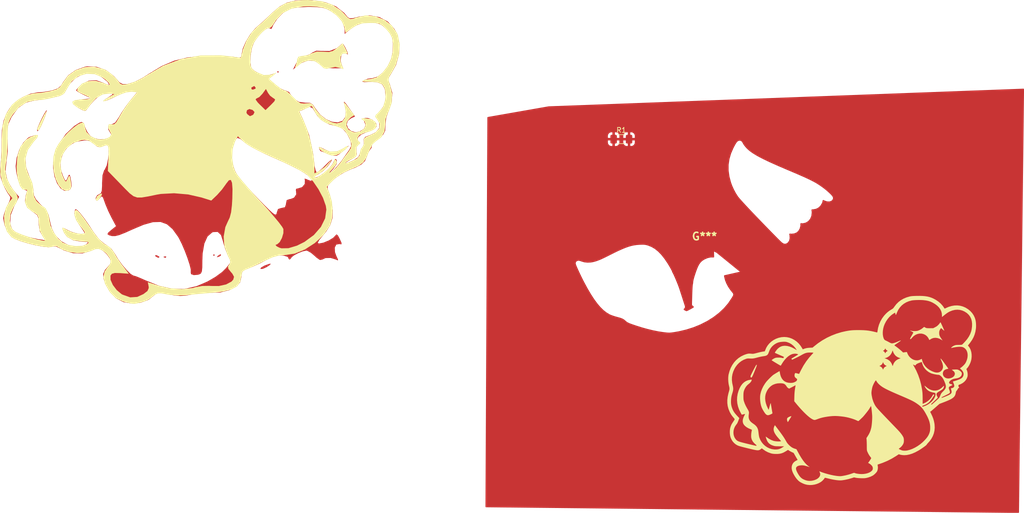
<source format=kicad_pcb>
(kicad_pcb (version 20211014) (generator pcbnew)
  (layers (0 "F.Cu" signal) (31 "B.Cu" signal) (34 "B.Paste" user) (35 "F.Paste" user) (36 "B.SilkS" user "B.Silkscreen") (37 "F.SilkS" user "F.Silkscreen") (38 "B.Mask" user) (39 "F.Mask" user) (44 "Edge.Cuts" user))
  (net 0 "")
  (net 1 "GND")
  (footprint "FoxyPride:silkscreenAsset 5 TEST" (layer "F.Cu") (at 239.141 119.888)
    (fp_text reference "G***" (at 0 0) (layer "F.SilkS") (effects (font (size 1.524 1.524) (thickness 0.3))))
    (fp_text value "LOGO" hide)
  )
  (footprint "FoxyPride:Soldermask_negAsset 7" (layer "F.Cu") (at 239.014 119.253)
    (fp_text reference "G***" (at 0 0) (layer "F.SilkS") (effects (font (size 1.524 1.524) (thickness 0.3))))
    (fp_text value "LOGO" hide)
  )
  (footprint "FoxyPride:Silk 3.55 x 2.54in" (layer "F.Cu") (at 107.823 72.263)
    (fp_text reference "G***" (at 0 0) (layer "F.SilkS") (effects (font (size 1.524 1.524) (thickness 0.3))))
    (fp_text value "LOGO" hide)
  )
  (footprint "Resistor_SMD:R_1206_3216Metric_Pad1.30x1.75mm_HandSolder" (layer "F.Cu") (at 192.812 69.342)
    (fp_text reference "R1" (at 0 -1.82) (layer "F.SilkS"))
    (fp_text value "RES")
    (pad "1" smd roundrect (at -1.55 0) (size 1.3 1.75) (layers "F.Cu" "F.Paste" "F.Mask") (roundrect_rratio 0.192308) (net 1 "GND"))
    (pad "2" smd roundrect (at 1.55 0) (size 1.3 1.75) (layers "F.Cu" "F.Paste" "F.Mask") (roundrect_rratio 0.192308) (net 1 "GND"))
  )
  (footprint "FoxyPride:FR4" (layer "F.Cu") (at 209.55 88.9)
    (fp_text reference "G***" (at 0 0) (layer "F.SilkS") (effects (font (size 1.524 1.524) (thickness 0.3))))
    (fp_text value "LOGO" hide)
    (zone (net 0) (net_name "") (layers F&B.Cu) (connect_pads (clearance 0)) (min_thickness 0.254)
      (keepout (tracks not_allowed) (vias not_allowed) (pads not_allowed) (copperpour not_allowed) (footprints allowed))
      (fill (thermal_gap 0.508) (thermal_bridge_width 0.508))
      (polygon (pts (xy 216.715037 70.263834) (xy 216.830005 70.480806) (xy 216.843467 70.507358) (xy 216.995868 70.754802) (xy 217.223549 71.061851) (xy 217.486263 71.375586) (xy 217.589175 71.487953) (xy 217.912676 71.806292) (xy 218.283935 72.122606) (xy 218.712888 72.442221) (xy 219.209474 72.770466) (xy 219.783628 73.112667) (xy 220.44529 73.474151) (xy 221.204394 73.860245) (xy 222.07088 74.276277) (xy 223.054684 74.727574) (xy 224.165743 75.219462) (xy 225.413995 75.75727) (xy 226.080158 76.039774) (xy 227.139747 76.488683) (xy 228.064109 76.884402) (xy 228.86756 77.234106) (xy 229.564421 77.544972) (xy 230.169008 77.824174) (xy 230.695641 78.078887) (xy 231.158638 78.316287) (xy 231.572317 78.543549) (xy 231.950997 78.767847) (xy 232.308995 78.996358) (xy 232.660631 79.236256) (xy 233.020222 79.494716) (xy 233.117266 79.566196) (xy 233.464814 79.83507) (xy 233.817721 80.128539) (xy 234.153264 80.4253) (xy 234.44872 80.704048) (xy 234.681369 80.943481) (xy 234.828487 81.122294) (xy 234.869365 81.20894) (xy 234.798785 81.291342) (xy 234.625531 81.357987) (xy 234.591888 81.365065) (xy 234.273205 81.351447) (xy 233.869769 81.210752) (xy 233.390747 80.947003) (xy 232.954059 80.646245) (xy 232.711398 80.469494) (xy 232.521978 80.337761) (xy 232.419726 80.274475) (xy 232.412203 80.272064) (xy 232.429339 80.330853) (xy 232.516549 80.479103) (xy 232.569523 80.559384) (xy 232.777686 80.997658) (xy 232.832117 81.455872) (xy 232.734833 81.912129) (xy 232.48785 82.344531) (xy 232.394948 82.455248) (xy 232.115818 82.70368) (xy 231.792669 82.860653) (xy 231.388018 82.938979) (xy 230.938412 82.953082) (xy 230.65473 82.951623) (xy 230.446947 82.956556) (xy 230.355136 82.966823) (xy 230.353809 82.968482) (xy 230.378147 83.052395) (xy 230.439636 83.235557) (xy 230.474761 83.33619) (xy 230.545329 83.623842) (xy 230.587992 83.967434) (xy 230.593943 84.132519) (xy 230.526573 84.658505) (xy 230.341581 85.095585) (xy 230.058014 85.431365) (xy 229.694917 85.653456) (xy 229.271333 85.749467) (xy 228.80631 85.707007) (xy 228.402997 85.557968) (xy 228.225615 85.483721) (xy 228.119497 85.46574) (xy 228.113165 85.469321) (xy 228.117593 85.559656) (xy 228.172558 85.743386) (xy 228.20689 85.834159) (xy 228.31594 86.274025) (xy 228.310611 86.721243) (xy 228.200275 87.137092) (xy 227.994305 87.482853) (xy 227.758021 87.688509) (xy 227.440566 87.806719) (xy 227.029205 87.850805) (xy 226.574091 87.819137) (xy 226.213926 87.738685) (xy 225.998097 87.683301) (xy 225.862758 87.666996) (xy 225.839294 87.678209) (xy 225.862303 87.776697) (xy 225.921494 87.983269) (xy 226.000564 88.241946) (xy 226.127628 88.773354) (xy 226.151646 89.217034) (xy 226.074126 89.561128) (xy 225.896573 89.793772) (xy 225.79582 89.853911) (xy 225.732262 89.872273) (xy 225.658524 89.861642) (xy 225.560359 89.80986) (xy 225.423519 89.704767) (xy 225.233756 89.534202) (xy 224.976823 89.286007) (xy 224.638473 88.94802) (xy 224.204457 88.508083) (xy 224.129226 88.431533) (xy 223.105405 87.386733) (xy 222.134394 86.390413) (xy 221.222082 85.448806) (xy 220.374359 84.568145) (xy 219.597113 83.754665) (xy 218.896236 83.014597) (xy 218.277615 82.354175) (xy 217.747141 81.779632) (xy 217.310703 81.297201) (xy 216.974191 80.913115) (xy 216.743494 80.633607) (xy 216.67477 80.542207) (xy 216.286816 79.935335) (xy 215.912178 79.23334) (xy 215.583093 78.501254) (xy 215.356432 77.882682) (xy 215.053002 76.727072) (xy 214.900981 75.616074) (xy 214.90133 74.536226) (xy 215.055008 73.474062) (xy 215.362976 72.416118) (xy 215.82164 71.357993) (xy 216.014867 70.986027) (xy 216.198149 70.656782) (xy 216.352529 70.402774) (xy 216.459053 70.256519) (xy 216.470213 70.245449) (xy 216.566641 70.168258) (xy 216.637749 70.167019)))
    )
    (zone (net 0) (net_name "") (layers F&B.Cu) (connect_pads (clearance 0)) (min_thickness 0.254)
      (keepout (tracks not_allowed) (vias not_allowed) (pads not_allowed) (copperpour not_allowed) (footprints allowed))
      (fill (thermal_gap 0.508) (thermal_bridge_width 0.508))
      (polygon (pts (xy 197.266136 91.087158) (xy 197.532198 91.113204) (xy 197.785098 91.166561) (xy 197.989727 91.225141) (xy 198.632188 91.478647) (xy 199.2498 91.842435) (xy 199.851239 92.325122) (xy 200.44518 92.935323) (xy 201.040299 93.681655) (xy 201.645273 94.572734) (xy 202.07845 95.285835) (xy 202.261836 95.608115) (xy 202.410032 95.884011) (xy 202.50629 96.081313) (xy 202.534761 96.163302) (xy 202.574472 96.290272) (xy 202.672392 96.480701) (xy 202.696257 96.520366) (xy 202.799767 96.715357) (xy 202.946434 97.028121) (xy 203.122379 97.425583) (xy 203.313722 97.87467) (xy 203.506583 98.342305) (xy 203.687083 98.795416) (xy 203.841342 99.200928) (xy 203.94814 99.503492) (xy 204.033852 99.764165) (xy 204.156954 100.141721) (xy 204.305544 100.599492) (xy 204.467715 101.100808) (xy 204.615689 101.559683) (xy 205.095947 103.051429) (xy 204.863608 103.268629) (xy 204.715055 103.424787) (xy 204.635492 103.542092) (xy 204.631269 103.560136) (xy 204.700179 103.725011) (xy 204.881459 103.92094) (xy 205.136934 104.12115) (xy 205.428427 104.298868) (xy 205.717765 104.427319) (xy 205.940513 104.478359) (xy 206.082725 104.444316) (xy 206.327728 104.341405) (xy 206.642061 104.187033) (xy 206.992265 103.998607) (xy 207.344877 103.793534) (xy 207.666439 103.589223) (xy 207.721154 103.552002) (xy 207.950877 103.328942) (xy 208.054736 103.084561) (xy 208.031128 102.852128) (xy 207.878452 102.664914) (xy 207.766817 102.60412) (xy 207.531053 102.506463) (xy 207.580667 100.722755) (xy 207.598517 100.184536) (xy 207.620462 99.685054) (xy 207.639942 99.339385) (xy 210.275714 99.339385) (xy 210.354298 99.482421) (xy 210.590947 99.608248) (xy 210.895818 99.697239) (xy 211.28809 99.766209) (xy 211.619217 99.761371) (xy 211.914278 99.699264) (xy 212.14718 99.600467) (xy 212.389265 99.44504) (xy 212.604156 99.26433) (xy 212.755477 99.089686) (xy 212.80685 98.952459) (xy 212.802534 98.933778) (xy 212.701561 98.827944) (xy 212.548163 98.863514) (xy 212.40578 98.986834) (xy 212.056699 99.259218) (xy 211.634723 99.390318) (xy 211.148272 99.378117) (xy 210.948783 99.335623) (xy 210.618365 99.256329) (xy 210.41404 99.228185) (xy 210.30891 99.251342) (xy 210.276075 99.325951) (xy 210.275714 99.339385) (xy 207.639942 99.339385) (xy 207.644847 99.252355) (xy 207.670015 98.91448) (xy 207.694309 98.699474) (xy 207.702707 98.656825) (xy 207.754312 98.37766) (xy 207.775582 98.111049) (xy 207.800277 97.929575) (xy 207.866935 97.63789) (xy 207.964985 97.278258) (xy 208.067972 96.941843) (xy 208.305809 96.225414) (xy 208.516753 95.646005) (xy 208.712361 95.184015) (xy 208.90419 94.819846) (xy 209.103796 94.533897) (xy 209.322736 94.306567) (xy 209.572565 94.118258) (xy 209.817668 93.974327) (xy 210.344692 93.751525) (xy 210.858139 93.645227) (xy 211.336363 93.651346) (xy 211.757717 93.765792) (xy 212.100555 93.984478) (xy 212.343232 94.303315) (xy 212.409333 94.46381) (xy 212.482053 94.719907) (xy 212.574688 95.095505) (xy 212.678679 95.551366) (xy 212.785472 96.048254) (xy 212.886511 96.546932) (xy 212.973239 97.008163) (xy 213.008069 97.20951) (xy 213.178388 97.88044) (xy 213.463924 98.594206) (xy 213.84374 99.307216) (xy 214.296894 99.975883) (xy 214.400199 100.107563) (xy 214.799866 100.603544) (xy 214.581076 100.980819) (xy 213.892007 102.012817) (xy 213.062428 102.982925) (xy 212.10329 103.884639) (xy 211.025547 104.711452) (xy 209.840148 105.456859) (xy 208.558047 106.114354) (xy 207.190194 106.677432) (xy 205.747542 107.139587) (xy 204.241043 107.494313) (xy 203.3618 107.645373) (xy 203.005543 107.697953) (xy 202.734906 107.732394) (xy 202.507644 107.748624) (xy 202.281513 107.746565) (xy 202.014268 107.726143) (xy 201.663665 107.687284) (xy 201.28492 107.641678) (xy 200.3434 107.498882) (xy 199.298089 107.288664) (xy 198.187134 107.020163) (xy 197.048681 106.702518) (xy 196.04365 106.386023) (xy 195.473313 106.194148) (xy 195.034197 106.04044) (xy 194.703554 105.9151) (xy 194.458635 105.808328) (xy 194.27669 105.710326) (xy 194.13497 105.611294) (xy 194.027777 105.517701) (xy 193.738401 105.266445) (xy 193.447737 105.070246) (xy 193.116441 104.910198) (xy 192.705171 104.767398) (xy 192.174584 104.622942) (xy 192.155854 104.618246) (xy 191.724323 104.499189) (xy 191.294253 104.361624) (xy 190.92159 104.224424) (xy 190.704351 104.128597) (xy 190.125845 103.783151) (xy 189.547121 103.325446) (xy 188.963205 102.749107) (xy 188.36912 102.047759) (xy 187.759893 101.215024) (xy 187.130546 100.244529) (xy 186.476105 99.129896) (xy 186.342177 98.882365) (xy 195.761428 98.882365) (xy 195.827746 99.033834) (xy 196.019922 99.260823) (xy 196.327786 99.552225) (xy 196.542281 99.735545) (xy 196.898475 99.938947) (xy 197.344644 100.057608) (xy 197.831507 100.088127) (xy 198.309785 100.027104) (xy 198.704603 99.884743) (xy 198.943818 99.752145) (xy 199.146009 99.625703) (xy 199.188412 99.595368) (xy 199.297787 99.493852) (xy 199.279716 99.407277) (xy 199.216045 99.337346) (xy 199.120544 99.259451) (xy 199.025337 99.262878) (xy 198.875837 99.356527) (xy 198.812871 99.403073) (xy 198.347534 99.660306) (xy 197.858304 99.762993) (xy 197.35957 99.713249) (xy 196.865723 99.513186) (xy 196.391154 99.164919) (xy 196.249578 99.026546) (xy 196.022032 98.821729) (xy 195.860497 98.744966) (xy 195.773896 98.79889) (xy 195.761428 98.882365) (xy 186.342177 98.882365) (xy 185.791593 97.864751) (xy 185.742138 97.769841) (xy 185.508737 97.312447) (xy 185.264723 96.819515) (xy 185.020714 96.314078) (xy 184.78733 95.819164) (xy 184.575187 95.357806) (xy 184.394906 94.953035) (xy 184.257103 94.62788) (xy 184.172398 94.405372) (xy 184.15 94.316561) (xy 184.217564 94.305994) (xy 184.395005 94.350464) (xy 184.644446 94.44038) (xy 184.653753 94.444126) (xy 185.266865 94.619939) (xy 185.959273 94.69552) (xy 186.681798 94.668111) (xy 187.180755 94.585811) (xy 187.618889 94.476292) (xy 188.062697 94.338335) (xy 188.536908 94.161803) (xy 189.066253 93.93656) (xy 189.675462 93.65247) (xy 190.389268 93.299396) (xy 190.681428 93.150987) (xy 191.631273 92.673262) (xy 192.462109 92.27324) (xy 193.192453 91.944392) (xy 193.840824 91.680191) (xy 194.425738 91.474111) (xy 194.965712 91.319623) (xy 195.479264 91.210199) (xy 195.98491 91.139313) (xy 196.497981 91.100588) (xy 196.937776 91.08432)))
    )
  )
  (footprint "FoxyPride:Copper 3.55 x 2.54in" (layer "F.Cu") (at 107.823 71.374)
    (fp_text reference "G***" (at 0 0) (layer "F.SilkS") (effects (font (size 1.524 1.524) (thickness 0.3))))
    (fp_text value "LOGO" hide)
    (fp_poly (pts (xy 3.219718 21.285915) (xy 3.040845 21.464788) (xy 2.861972 21.285915) (xy 3.040845 21.107042)) (layer "F.Cu") (width 0) (fill solid))
    (fp_poly (pts (xy -30.613414 -7.570587) (xy -30.85642 -6.794998) (xy -31.154749 -5.992254) (xy -31.699952 -4.719156) (xy -32.148183 -3.895948) (xy -32.449694 -3.597838) (xy -32.55493 -3.875555) (xy -32.410281 -4.392272) (xy -32.047654 -5.255003) (xy -31.57403 -6.246634) (xy -31.096388 -7.150048) (xy -30.72171 -7.748131) (xy -30.586518 -7.870423)) (layer "F.Cu") (width 0) (fill solid))
    (fp_poly (pts (xy 29.074885 -21.140863) (xy 29.444593 -20.52572) (xy 29.508029 -20.40326) (xy 29.951633 -19.447304) (xy 29.991864 -19.061785) (xy 29.628903 -19.226312) (xy 29.517662 -19.315341) (xy 29.078456 -19.530303) (xy 28.771081 -19.165022) (xy 28.668962 -18.911962) (xy 28.540875 -17.843316) (xy 28.665385 -17.237979) (xy 28.902167 -16.585281) (xy 28.976357 -16.343613) (xy 28.652995 -16.305687) (xy 27.82457 -16.279717) (xy 27.118871 -16.273043) (xy 25.831881 -16.353859) (xy 24.973541 -16.658776) (xy 24.453141 -17.077973) (xy 23.300783 -17.768716) (xy 21.95053 -17.850881) (xy 20.572501 -17.32948) (xy 20.04572 -16.948088) (xy 18.929501 -16.008852) (xy 19.571089 -17.277849) (xy 20.278048 -18.271519) (xy 21.211727 -18.736064) (xy 21.339405 -18.763171) (xy 22.265471 -19.066946) (xy 22.881981 -19.480563) (xy 23.631941 -19.826491) (xy 24.508367 -19.785186) (xy 26.305825 -19.772003) (xy 27.772509 -20.34603) (xy 28.265016 -20.75234) (xy 28.761184 -21.194079)) (layer "F.Cu") (width 0) (fill solid))
    (fp_poly (pts (xy 28.990978 0.347007) (xy 28.214355 1.018946) (xy 27.692443 1.318481) (xy 27.137773 1.296156) (xy 26.262879 1.002515) (xy 25.93662 0.88405) (xy 25.048829 0.566967) (xy 24.516328 0.382049) (xy 24.454472 0.363132) (xy 24.303236 0.08135) (xy 24.199961 -0.172173) (xy 24.203787 -0.438074) (xy 24.622629 -0.340616) (xy 25.319065 0.006701) (xy 26.311851 0.501511) (xy 27.025278 0.661783) (xy 27.76498 0.485988) (xy 28.803889 -0.01074) (xy 30.229577 -0.736972)) (layer "F.Cu") (width 0) (fill solid))
    (fp_poly (pts (xy -8.425623 21.328288) (xy -7.922072 21.616974) (xy -8.006427 21.803645) (xy -8.207056 21.822535) (xy -8.692167 21.562711) (xy -8.762256 21.468886) (xy -8.704674 21.265595)) (layer "F.Cu") (width 0) (fill solid))
    (fp_poly (pts (xy 4.481297 21.176133) (xy 4.373939 21.44225) (xy 4.040077 21.620661) (xy 3.622128 21.72958) (xy 3.793589 21.467512) (xy 3.839812 21.420396) (xy 4.308859 21.137818)) (layer "F.Cu") (width 0) (fill solid))
    (fp_poly (pts (xy 14.504204 23.040155) (xy 14.196324 23.349523) (xy 13.633557 23.710083) (xy 12.879742 24.054296) (xy 12.405908 24.088178) (xy 12.386494 24.072878) (xy 12.515064 23.798475) (xy 13.135162 23.427239) (xy 13.284795 23.361321) (xy 14.191047 23.034774)) (layer "F.Cu") (width 0) (fill solid))
    (fp_poly (pts (xy -6.558686 21.584037) (xy -6.607793 21.796717) (xy -6.797183 21.822535) (xy -7.091649 21.691641) (xy -7.035681 21.584037) (xy -6.61112 21.541222)) (layer "F.Cu") (width 0) (fill solid))
    (fp_poly (pts (xy 22.749852 -29.977986) (xy 25.409591 -29.591011) (xy 27.581825 -28.742687) (xy 29.226884 -27.450137) (xy 29.570624 -27.033747) (xy 29.9775 -26.543289) (xy 30.384589 -26.337176) (xy 31.018418 -26.383581) (xy 32.105517 -26.650681) (xy 32.172082 -26.668267) (xy 34.351073 -26.935921) (xy 36.342524 -26.584851) (xy 38.043095 -25.658738) (xy 39.349447 -24.201264) (xy 39.74369 -23.467787) (xy 40.316732 -21.38224) (xy 40.284148 -19.14041) (xy 39.670095 -16.925576) (xy 38.641923 -15.109037) (xy 38.162826 -14.365765) (xy 38.111086 -13.793753) (xy 38.440267 -13.038647) (xy 38.934842 -11.331711) (xy 38.775903 -9.413923) (xy 38.224542 -7.870423) (xy 37.698141 -6.301543) (xy 37.54058 -4.795306) (xy 37.540737 -4.791995) (xy 37.493901 -3.724978) (xy 37.114439 -2.977116) (xy 36.486524 -2.377207) (xy 35.694078 -1.780345) (xy 35.097345 -1.452588) (xy 34.993432 -1.430986) (xy 34.772383 -1.171767) (xy 34.820742 -0.920523) (xy 34.749682 -0.285295) (xy 34.524266 -0.001437) (xy 34.091932 0.631893) (xy 33.79895 1.467827) (xy 33.42403 2.362588) (xy 32.659464 3.088988) (xy 31.37873 3.746181) (xy 30.433683 4.105182) (xy 29.217768 4.673524) (xy 27.891274 5.496001) (xy 27.280054 5.955415) (xy 26.356797 6.783701) (xy 25.937627 7.391376) (xy 25.919455 7.936341) (xy 25.940189 8.00774) (xy 26.617116 10.386329) (xy 26.939547 12.282452) (xy 26.892299 13.843559) (xy 26.460184 15.217102) (xy 25.628019 16.550534) (xy 24.97941 17.337191) (xy 24.20436 18.28956) (xy 23.942513 18.814968) (xy 24.128974 18.960563) (xy 25.05655 18.782055) (xy 26.127502 18.343584) (xy 27.037756 17.790727) (xy 27.439564 17.375583) (xy 27.700422 17.101559) (xy 27.992462 17.348981) (xy 28.345606 18.017563) (xy 28.697937 18.803898) (xy 28.717948 19.110672) (xy 28.394364 19.097745) (xy 28.271601 19.066738) (xy 27.660935 19.175493) (xy 27.352781 19.774568) (xy 27.391418 20.687015) (xy 27.67159 21.464506) (xy 27.99938 22.16801) (xy 27.970627 22.366572) (xy 27.561858 22.188495) (xy 27.541157 22.177433) (xy 26.525772 21.867387) (xy 25.488934 21.888663) (xy 24.80559 22.202296) (xy 24.358515 22.277327) (xy 23.649705 21.791163) (xy 23.330574 21.486803) (xy 22.518648 20.805738) (xy 21.807774 20.422397) (xy 21.63581 20.391549) (xy 20.909117 20.536989) (xy 20.001878 20.891406) (xy 19.16727 21.331947) (xy 18.658468 21.73576) (xy 18.602817 21.863297) (xy 18.326715 22.168359) (xy 18.223957 22.180281) (xy 17.995246 21.972647) (xy 18.037697 21.868648) (xy 17.847217 21.636045) (xy 17.139899 21.422075) (xy 16.772645 21.361503) (xy 15.725934 21.320222) (xy 14.789318 21.58066) (xy 13.687315 22.198234) (xy 12.335871 22.946267) (xy 10.850176 23.614015) (xy 10.322776 23.807369) (xy 9.29418 24.188337) (xy 8.779422 24.558057) (xy 8.60275 25.096067) (xy 8.585915 25.581658) (xy 8.341256 26.733011) (xy 7.644846 27.5193) (xy 6.133789 28.346095) (xy 4.315147 28.818391) (xy 2.546291 28.845816) (xy 2.453747 28.832015) (xy 1.383845 28.801869) (xy -0.03408 28.941573) (xy -1.216052 29.160937) (xy -2.62549 29.444836) (xy -3.747612 29.521444) (xy -4.946819 29.393193) (xy -5.980122 29.192762) (xy -7.271029 28.937307) (xy -8.054133 28.853765) (xy -8.518608 28.952343) (xy -8.853631 29.243243) (xy -8.943662 29.352621) (xy -10.118043 30.295918) (xy -11.715267 30.868352) (xy -13.519327 31.021244) (xy -15.161546 30.753882) (xy -16.678523 29.944008) (xy -17.974074 28.543384) (xy -18.642154 27.367605) (xy -19.158586 26.045611) (xy -19.242706 25.088304) (xy -18.879545 24.279207) (xy -18.390235 23.723909) (xy -17.798327 23.048065) (xy -17.680269 22.52915) (xy -17.930224 21.921248) (xy -18.574414 21.066795) (xy -19.343421 20.373668) (xy -19.965654 19.974117) (xy -20.462501 19.895901) (xy -21.129671 20.145986) (xy -21.681601 20.428735) (xy -23.387047 20.946637) (xy -25.287601 20.91513) (xy -27.140068 20.350336) (xy -27.73563 20.02745) (xy -28.746263 19.543469) (xy -29.477552 19.562129) (xy -29.589135 19.613205) (xy -30.268649 19.694606) (xy -31.427346 19.576266) (xy -32.87267 19.304804) (xy -34.412062 18.926843) (xy -35.852967 18.489002) (xy -37.002826 18.037903) (xy -37.618631 17.669142) (xy -38.472534 16.5767) (xy -39.1082 15.16747) (xy -39.352113 13.84536) (xy -39.192961 13.03862) (xy -38.788 11.934039) (xy -38.507624 11.332054) (xy -38.028119 10.2755) (xy -37.911303 9.647762) (xy -38.110668 9.292554) (xy -38.495278 8.771042) (xy -39.005679 7.827418) (xy -39.351651 7.076712) (xy -39.835735 5.746525) (xy -39.988895 4.579226) (xy -39.982527 4.496859) (xy -38.876734 4.496859) (xy -38.443857 6.421253) (xy -37.342078 8.192754) (xy -37.193164 8.366588) (xy -36.139729 9.566384) (xy -37.066203 11.308841) (xy -37.814278 13.203106) (xy -37.947447 14.879654) (xy -37.593009 16.04323) (xy -36.961776 16.615646) (xy -35.758898 17.183804) (xy -34.126551 17.694614) (xy -32.206915 18.094988) (xy -32.01831 18.124807) (xy -30.587324 18.344856) (xy -31.392254 17.466976) (xy -31.980886 16.520433) (xy -32.19215 15.251928) (xy -32.197183 14.948195) (xy -32.253902 13.890679) (xy -32.526524 13.25197) (xy -33.168742 12.738089) (xy -33.437741 12.575346) (xy -34.52369 11.611745) (xy -34.985851 10.43154) (xy -34.779564 9.152737) (xy -34.754482 9.096154) (xy -34.536446 8.458298) (xy -34.7326 8.239875) (xy -34.905442 8.228169) (xy -35.435655 7.903209) (xy -35.96767 7.05149) (xy -36.427779 5.857746) (xy -36.742276 4.506715) (xy -36.840031 3.379396) (xy -36.642776 1.70275) (xy -36.101323 0.065537) (xy -35.312385 -1.332589) (xy -34.372673 -2.291973) (xy -33.991026 -2.502109) (xy -32.960458 -2.819976) (xy -32.476329 -2.733698) (xy -32.577799 -2.287374) (xy -33.202436 -1.614061) (xy -34.365284 -0.139514) (xy -34.884566 1.609304) (xy -34.755485 3.584321) (xy -33.973242 5.737465) (xy -33.942257 5.799128) (xy -33.496188 7.005207) (xy -33.275511 8.238746) (xy -33.270423 8.406135) (xy -33.161601 9.275727) (xy -32.749809 10.066912) (xy -31.907055 11.009877) (xy -31.720888 11.192923) (xy -30.763342 12.230736) (xy -30.229717 13.16279) (xy -29.955099 14.289785) (xy -29.931197 14.456221) (xy -29.566847 15.886539) (xy -28.962114 17.151157) (xy -28.817827 17.357285) (xy -27.627681 18.513539) (xy -26.20351 19.292794) (xy -24.728578 19.641358) (xy -23.386152 19.505541) (xy -22.695841 19.150814) (xy -22.314164 18.817097) (xy -22.41971 18.662547) (xy -23.112291 18.61373) (xy -23.432395 18.60892) (xy -25.191875 18.342431) (xy -26.479433 17.61098) (xy -27.074414 16.819014) (xy -27.379372 16.046981) (xy -27.225428 15.820842) (xy -26.584811 16.115477) (xy -26.414842 16.222415) (xy -25.679292 16.573099) (xy -24.730571 16.878081) (xy -23.79852 17.084634) (xy -23.112984 17.140034) (xy -22.895775 17.029674) (xy -23.088898 16.636537) (xy -23.582663 15.874615) (xy -23.969014 15.326325) (xy -24.717606 14.050802) (xy -25.040387 12.943749) (xy -24.898172 12.156614) (xy -24.815291 12.055667) (xy -24.484914 12.185871) (xy -23.866027 12.826854) (xy -23.039374 13.876545) (xy -22.085699 15.232875) (xy -21.150109 16.688847) (xy -20.069526 18.112923) (xy -18.929924 19.038649) (xy -18.77207 19.120024) (xy -17.549405 20.053465) (xy -16.796885 21.140755) (xy -16.174842 22.173336) (xy -15.3635 23.277519) (xy -14.502408 24.290769) (xy -13.731111 25.050548) (xy -13.189158 25.39432) (xy -13.140075 25.4) (xy -12.635551 25.54372) (xy -11.715163 25.915394) (xy -10.870848 26.297988) (xy -7.95585 27.472959) (xy -5.326073 28.066591) (xy -2.853776 28.081838) (xy -0.41122 27.521649) (xy 1.748105 26.589552) (xy 3.34032 25.664315) (xy 4.678816 24.684364) (xy 5.455367 23.921478) (xy 6.496731 22.62183) (xy 5.800959 21.23838) (xy 5.284245 20.003388) (xy 4.908209 18.744583) (xy 4.868479 18.549327) (xy 4.452401 17.253976) (xy 3.792058 16.628465) (xy 2.881715 16.668071) (xy 2.682392 16.749313) (xy 1.759418 17.555556) (xy 1.11698 18.97772) (xy 0.772268 20.966458) (xy 0.715493 22.396028) (xy 0.699994 23.753419) (xy 0.619723 24.560763) (xy 0.424019 24.983369) (xy 0.06222 25.186544) (xy -0.158541 25.24799) (xy -1.005736 25.318878) (xy -1.565095 25.119256) (xy -1.63409 24.726122) (xy -1.615718 24.693986) (xy -1.619816 24.177155) (xy -1.864224 23.18541) (xy -2.286182 21.891974) (xy -2.822928 20.470066) (xy -3.411702 19.09291) (xy -3.989742 17.933725) (xy -4.187271 17.596458) (xy -5.288693 16.071848) (xy -6.42365 15.088117) (xy -7.699094 14.626799) (xy -9.221977 14.669424) (xy -11.099254 15.197525) (xy -13.134478 16.05154) (xy -14.799457 16.798115) (xy -15.976168 17.258299) (xy -16.814155 17.469934) (xy -17.462961 17.470862) (xy -18.068877 17.300173) (xy -18.384444 17.083205) (xy -18.212807 16.745737) (xy -17.660802 16.268698) (xy -16.65491 15.466628) (xy -17.585855 13.725567) (xy -18.222287 12.425894) (xy -18.777579 11.109836) (xy -18.965977 10.580303) (xy -19.274654 9.730062) (xy -19.518472 9.474258) (xy -19.807068 9.713436) (xy -19.853354 9.775373) (xy -20.385563 10.313471) (xy -20.692282 10.204131) (xy -20.749296 9.804536) (xy -20.451035 9.249888) (xy -20.090973 9.062268) (xy -19.713022 8.845433) (xy -19.51838 8.332766) (xy -19.458413 7.349897) (xy -19.460997 6.803636) (xy -19.377106 5.248309) (xy -19.059513 4.265742) (xy -18.908141 4.057876) (xy -18.51845 3.242563) (xy -18.246345 1.903759) (xy -18.183016 1.254412) (xy 6.475802 1.254412) (xy 6.570523 1.995176) (xy 6.854945 3.055629) (xy 6.997 3.536389) (xy 7.284392 4.341251) (xy 7.697139 5.126908) (xy 8.319836 6.004913) (xy 9.237079 7.08682) (xy 10.533462 8.484184) (xy 11.558268 9.551222) (xy 13.050997 11.084654) (xy 14.12393 12.153765) (xy 14.848756 12.814208) (xy 15.297164 13.121634) (xy 15.540845 13.131694) (xy 15.65149 12.90004) (xy 15.675171 12.747085) (xy 15.924116 12.027133) (xy 16.555736 11.807477) (xy 16.658973 11.805633) (xy 17.323366 11.652092) (xy 17.526652 11.056298) (xy 17.529577 10.911267) (xy 17.679066 10.228714) (xy 18.259006 10.019895) (xy 18.399836 10.016901) (xy 19.155072 9.733395) (xy 19.593794 9.070542) (xy 19.542687 8.309838) (xy 19.499161 8.23137) (xy 19.600804 7.941714) (xy 19.968885 7.870422) (xy 20.782937 7.605898) (xy 21.30469 6.977535) (xy 21.33399 6.256841) (xy 21.273703 5.902686) (xy 21.627938 5.983897) (xy 21.902923 6.124712) (xy 22.545506 6.360284) (xy 22.81905 6.13299) (xy 23.240539 5.744328) (xy 23.379161 5.723943) (xy 24.140152 5.469485) (xy 25.11335 4.827124) (xy 26.077732 3.978377) (xy 26.812274 3.104764) (xy 27.014889 2.73805) (xy 27.35532 2.038742) (xy 27.57893 1.946652) (xy 27.745082 2.257272) (xy 27.707715 2.978093) (xy 27.07382 3.924085) (xy 26.966893 4.044704) (xy 25.93662 5.184724) (xy 26.963226 4.291657) (xy 27.867053 3.372961) (xy 28.736243 2.292245) (xy 28.837581 2.146478) (xy 29.532282 1.134548) (xy 30.165007 0.234907) (xy 30.263734 0.097967) (xy 30.630725 -0.620176) (xy 30.578381 -1.40911) (xy 30.439218 -1.854248) (xy 29.797023 -3.132939) (xy 28.935992 -4.11337) (xy 28.021355 -4.623087) (xy 27.752428 -4.658561) (xy 26.334067 -4.955114) (xy 24.933474 -5.702017) (xy 23.829866 -6.727485) (xy 23.477907 -7.288421) (xy 22.903465 -8.239541) (xy 22.302665 -8.541788) (xy 21.517604 -8.249586) (xy 21.233637 -8.061926) (xy 20.580111 -7.755749) (xy 20.216633 -7.793617) (xy 20.212934 -7.65108) (xy 20.478603 -7.019907) (xy 20.845235 -6.260564) (xy 22.185764 -2.908356) (xy 22.971309 0.747294) (xy 23.110991 1.988755) (xy 23.271435 3.264774) (xy 23.475304 4.206975) (xy 23.682799 4.640253) (xy 23.716004 4.650704) (xy 24.145724 4.409712) (xy 24.868453 3.788863) (xy 25.455392 3.204654) (xy 26.320878 2.350166) (xy 26.751136 2.043858) (xy 26.727456 2.275408) (xy 26.23113 3.034494) (xy 25.915272 3.458378) (xy 24.998008 4.381618) (xy 23.925691 5.100323) (xy 23.750847 5.180686) (xy 22.949424 5.469177) (xy 22.35689 5.457252) (xy 21.670661 5.090728) (xy 21.13535 4.712336) (xy 20.287387 4.198414) (xy 18.949877 3.503714) (xy 17.297156 2.714276) (xy 15.503557 1.916139) (xy 15.255854 1.810603) (xy 13.312489 0.937287) (xy 11.546804 0.051037) (xy 10.127724 -0.758646) (xy 9.273366 -1.359112) (xy 8.362761 -2.072566) (xy 7.764792 -2.272036) (xy 7.343364 -1.902411) (xy 6.962383 -0.908581) (xy 6.800461 -0.357747) (xy 6.557031 0.560913) (xy 6.475802 1.254412) (xy -18.183016 1.254412) (xy -18.172794 1.149598) (xy -18.111372 -0.071176) (xy -18.158225 -0.716117) (xy -18.340562 -0.920277) (xy -18.579043 -0.866857) (xy -19.678724 -0.487418) (xy -20.376745 -0.495349) (xy -20.881704 -0.904498) (xy -20.970877 -1.025652) (xy -21.585623 -1.566488) (xy -22.559693 -1.77563) (xy -23.005497 -1.787396) (xy -24.800861 -1.469005) (xy -26.280413 -0.570411) (xy -27.306802 0.81676) (xy -27.830756 2.438131) (xy -27.760904 4.013284) (xy -27.333581 5.28825) (xy -26.961429 6.109609) (xy -26.739344 6.337143) (xy -26.541148 6.037041) (xy -26.43153 5.761441) (xy -26.156692 5.169855) (xy -25.959283 5.14658) (xy -25.784643 5.745399) (xy -25.652083 6.528367) (xy -25.583808 7.479363) (xy -25.815822 8.010714) (xy -26.167827 8.256177) (xy -27.008241 8.364985) (xy -27.810483 7.869364) (xy -28.506415 6.879749) (xy -29.0279 5.506577) (xy -29.306799 3.860284) (xy -29.335211 3.122576) (xy -29.009853 1.001261) (xy -28.11051 -1.129247) (xy -26.752281 -3.085541) (xy -25.050264 -4.684213) (xy -24.027775 -5.33475) (xy -23.518299 -5.508061) (xy -23.190704 -5.232616) (xy -22.909417 -4.513168) (xy -22.420859 -3.47878) (xy -21.795035 -2.658376) (xy -21.780493 -2.645051) (xy -21.017017 -2.212662) (xy -20.064926 -2.011456) (xy -19.08604 -2.015059) (xy -18.242181 -2.197095) (xy -17.695169 -2.531189) (xy -17.606826 -2.990964) (xy -17.815775 -3.291268) (xy -18.217919 -3.99829) (xy -18.154978 -4.652373) (xy -17.668371 -4.998523) (xy -17.536848 -5.008451) (xy -16.832724 -5.360454) (xy -16.121029 -6.395629) (xy -16.105411 -6.42607) (xy -15.491056 -7.456207) (xy -14.610137 -8.729338) (xy -13.768671 -9.824662) (xy -12.155147 -11.805634) (xy -13.32194 -11.805552) (xy -14.272541 -11.634765) (xy -15.516158 -11.193482) (xy -16.456338 -10.746508) (xy -17.571432 -10.191337) (xy -18.452118 -9.830974) (xy -19.003933 -9.684318) (xy -19.132412 -9.77027) (xy -18.743089 -10.107729) (xy -18.334507 -10.370727) (xy -17.469002 -10.950504) (xy -17.246394 -11.281997) (xy -17.66429 -11.426009) (xy -18.292142 -11.447888) (xy -19.165652 -11.280695) (xy -20.08141 -10.704667) (xy -20.921781 -9.927465) (xy -21.759782 -9.031575) (xy -22.37113 -8.281857) (xy -22.585343 -7.925845) (xy -22.830631 -7.700594) (xy -23.397978 -7.863883) (xy -24.084858 -8.238383) (xy -24.874241 -8.803572) (xy -25.282843 -9.295124) (xy -25.297891 -9.435073) (xy -24.89517 -9.705456) (xy -24.01573 -9.946405) (xy -23.404653 -10.040081) (xy -21.643662 -10.242133) (xy -23.160446 -10.934447) (xy -24.057916 -11.389832) (xy -24.604044 -11.755096) (xy -24.680869 -11.863269) (xy -24.434605 -12.221696) (xy -23.816289 -12.824918) (xy -23.58382 -13.025945) (xy -22.16798 -13.790427) (xy -20.626671 -13.883108) (xy -19.31831 -13.415493) (xy -18.426836 -12.977116) (xy -18.053469 -12.960834) (xy -18.228418 -13.359087) (xy -18.45709 -13.630992) (xy -19.721398 -14.653922) (xy -21.180925 -15.27094) (xy -22.024371 -15.383099) (xy -23.447354 -15.071707) (xy -24.861741 -14.246461) (xy -26.028143 -13.070757) (xy -26.470167 -12.348601) (xy -26.914478 -11.530258) (xy -27.400193 -11.03011) (xy -28.146179 -10.703185) (xy -29.371305 -10.404509) (xy -29.421608 -10.393636) (xy -30.855102 -10.116506) (xy -32.224065 -9.904302) (xy -32.987896 -9.822777) (xy -34.826571 -9.362006) (xy -36.381833 -8.252817) (xy -37.628546 -6.514041) (xy -37.766731 -6.242561) (xy -38.295548 -5.05822) (xy -38.542229 -4.093185) (xy -38.563098 -3.006739) (xy -38.471916 -1.976635) (xy -38.41434 0.403454) (xy -38.665857 2.316259) (xy -38.876734 4.496859) (xy -39.982527 4.496859) (xy -39.885523 3.242201) (xy -39.762605 1.847538) (xy -39.69139 0.116814) (xy -39.687014 -1.546576) (xy -39.621108 -3.873938) (xy -39.27237 -5.74623) (xy -38.58639 -7.386437) (xy -38.046701 -8.268835) (xy -36.952791 -9.444198) (xy -35.467809 -10.464511) (xy -33.854865 -11.181733) (xy -32.396624 -11.447888) (xy -31.185965 -11.541228) (xy -29.815591 -11.773033) (xy -29.489803 -11.849067) (xy -28.371135 -12.239627) (xy -27.685267 -12.833287) (xy -27.307869 -13.490851) (xy -26.296809 -14.854942) (xy -24.785283 -15.931014) (xy -22.970753 -16.588619) (xy -22.491746 -16.672508) (xy -20.559677 -16.59683) (xy -18.679331 -15.910303) (xy -17.058978 -14.700235) (xy -16.627309 -14.214093) (xy -15.934461 -13.435893) (xy -15.326408 -13.11579) (xy -14.489244 -13.11777) (xy -14.184645 -13.155688) (xy -12.900415 -13.551814) (xy -11.232487 -14.42287) (xy -10.037404 -15.188379) (xy -7.430019 -16.762938) (xy -5.443322 -17.605134) (xy 10.372878 -17.605134) (xy 10.509563 -16.555478) (xy 10.648436 -16.237946) (xy 11.123298 -15.82071) (xy 11.949179 -15.310909) (xy 12.103756 -15.229539) (xy 13.123019 -14.839095) (xy 14.038705 -14.883891) (xy 14.429108 -14.999559) (xy 15.170179 -15.23666) (xy 15.297389 -15.198131) (xy 14.87436 -14.838455) (xy 14.76974 -14.755853) (xy 13.977509 -14.130986) (xy 15.371736 -12.96831) (xy 16.320929 -12.289688) (xy 17.167664 -11.870794) (xy 17.481409 -11.805634) (xy 18.168184 -11.499291) (xy 18.426968 -11.08061) (xy 19.065754 -10.146315) (xy 20.157557 -9.529203) (xy 21.46441 -9.360788) (xy 21.528906 -9.366291) (xy 22.365341 -9.35235) (xy 22.929205 -8.993686) (xy 23.437842 -8.238748) (xy 24.398419 -6.990705) (xy 25.560441 -6.076559) (xy 26.787069 -5.534671) (xy 27.941463 -5.4034) (xy 28.886784 -5.721103) (xy 29.486192 -6.526141) (xy 29.491712 -6.541726) (xy 29.623995 -7.913162) (xy 29.439867 -8.598769) (xy 29.179984 -9.379788) (xy 29.219436 -9.585542) (xy 29.581285 -9.204035) (xy 30.288594 -8.223271) (xy 30.359496 -8.120449) (xy 31.418153 -6.581743) (xy 30.644992 -6.24228) (xy 29.930031 -5.665893) (xy 29.761341 -4.938324) (xy 30.03961 -4.21686) (xy 30.665528 -3.658792) (xy 31.539782 -3.421406) (xy 32.336935 -3.562591) (xy 33.243772 -4.134781) (xy 33.549184 -4.865273) (xy 33.270155 -5.545393) (xy 33.081989 -6.04685) (xy 33.402562 -6.311243) (xy 34.051839 -6.295205) (xy 34.849782 -5.95537) (xy 34.883043 -5.933905) (xy 35.667032 -5.219568) (xy 35.742087 -4.565584) (xy 35.106642 -3.968687) (xy 33.75913 -3.425612) (xy 33.666758 -3.397957) (xy 32.663797 -2.948076) (xy 32.03078 -2.370526) (xy 31.877179 -1.8033) (xy 32.137742 -1.470588) (xy 32.40773 -1.180194) (xy 32.054526 -0.957767) (xy 31.67193 -0.559727) (xy 31.699387 0.283058) (xy 31.705791 0.315573) (xy 31.767927 1.021013) (xy 31.497418 1.503339) (xy 30.744783 1.99102) (xy 30.536894 2.102109) (xy 29.72204 2.579583) (xy 29.517146 2.800407) (xy 29.859695 2.752292) (xy 30.687177 2.422949) (xy 31.123944 2.217521) (xy 32.079541 1.564379) (xy 32.472891 0.740744) (xy 32.489255 0.624845) (xy 32.6895 -0.089324) (xy 32.977042 -0.357747) (xy 33.199808 -0.662759) (xy 33.199463 -1.394526) (xy 33.174178 -2.084848) (xy 33.479854 -2.485819) (xy 34.2909 -2.803422) (xy 34.427432 -2.844804) (xy 35.651145 -3.447645) (xy 36.293612 -4.293985) (xy 36.301282 -5.285626) (xy 36.045733 -5.812291) (xy 35.742985 -6.378848) (xy 35.792621 -6.852041) (xy 36.257506 -7.489075) (xy 36.531607 -7.800195) (xy 37.218488 -8.741258) (xy 37.51554 -9.740424) (xy 37.56338 -10.682593) (xy 37.405236 -12.150816) (xy 36.871613 -13.063415) (xy 35.873729 -13.49956) (xy 34.358061 -13.540908) (xy 33.332269 -13.493155) (xy 32.917896 -13.555872) (xy 33.015816 -13.755522) (xy 33.152813 -13.862676) (xy 33.941793 -14.183094) (xy 34.916856 -14.30986) (xy 36.029031 -14.637534) (xy 37.115719 -15.51338) (xy 38.054815 -16.776625) (xy 38.724217 -18.266502) (xy 38.995886 -19.680575) (xy 39.037282 -21.280793) (xy 38.911511 -22.396666) (xy 38.570636 -23.249335) (xy 38.073635 -23.935105) (xy 36.70011 -25.058307) (xy 35.057481 -25.588339) (xy 33.281209 -25.522164) (xy 31.506755 -24.856746) (xy 30.424573 -24.106556) (xy 29.335211 -23.189919) (xy 29.335211 -24.128673) (xy 28.9842 -25.51793) (xy 27.954232 -26.80786) (xy 26.659367 -27.740014) (xy 25.791011 -28.186542) (xy 24.914479 -28.453005) (xy 23.801738 -28.582845) (xy 22.224755 -28.619505) (xy 22.041649 -28.619719) (xy 19.946768 -28.538303) (xy 18.461424 -28.298959) (xy 17.912171 -28.095948) (xy 16.811306 -27.304662) (xy 15.756889 -26.192516) (xy 14.994631 -25.035268) (xy 14.832089 -24.639169) (xy 14.563187 -24.156938) (xy 14.325088 -24.30212) (xy 13.915649 -24.400824) (xy 13.242052 -24.03103) (xy 12.443271 -23.315354) (xy 11.658276 -22.376413) (xy 11.074454 -21.43404) (xy 10.676968 -20.308413) (xy 10.435894 -18.944112) (xy 10.372878 -17.605134) (xy -5.443322 -17.605134) (xy -4.886238 -17.841292) (xy -2.192569 -18.486404) (xy 0.864478 -18.761239) (xy 2.146479 -18.781691) (xy 3.91577 -18.759264) (xy 5.53153 -18.698525) (xy 6.794132 -18.609285) (xy 7.423239 -18.522324) (xy 8.215673 -18.400472) (xy 8.534564 -18.589314) (xy 8.58941 -19.058944) (xy 8.831522 -20.242113) (xy 9.459714 -21.673612) (xy 10.339654 -23.110751) (xy 11.337013 -24.310837) (xy 11.659509 -24.605565) (xy 12.682505 -25.498677) (xy 13.90922 -26.623459) (xy 14.846479 -27.516527) (xy 16.267319 -28.71364) (xy 17.72599 -29.491615) (xy 19.406201 -29.907668) (xy 21.491662 -30.019015)) (layer "F.Cu") (width 0) (fill solid))
    (fp_poly (pts (xy 16.098591 -15.561972) (xy 15.919718 -15.383099) (xy 15.740845 -15.561972) (xy 15.919718 -15.740845)) (layer "F.Cu") (width 0) (fill solid))
  )
  (zone (net 0) (net_name "") (layer "F.Cu") (connect_pads (clearance 0)) (min_thickness 0.254)
    (keepout (tracks not_allowed) (vias not_allowed) (pads not_allowed) (copperpour not_allowed) (footprints allowed))
    (fill (thermal_gap 0.508) (thermal_bridge_width 0.508))
    (polygon (pts (xy 211.963 92.202) (xy 216.662 96.012) (xy 211.582 97.155) (xy 211.455 91.948)))
  )
  (zone (net 1) (net_name "GND") (layer "F.Cu") (connect_pads (clearance 0.508)) (min_thickness 0.254) (fill yes (thermal_gap 0.508) (thermal_bridge_width 0.508))
    (polygon (pts (xy 272.796 144.526) (xy 165.481 143.383) (xy 165.862 64.897) (xy 178.181 62.738) (xy 273.812 59.182)))
  )
)
</source>
